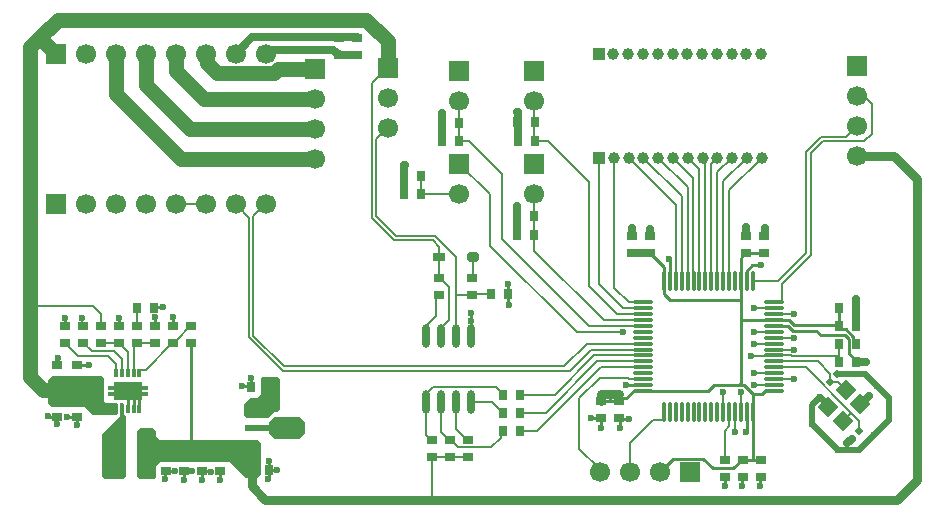
<source format=gtl>
G04*
G04 #@! TF.GenerationSoftware,Altium Limited,Altium Designer,24.0.1 (36)*
G04*
G04 Layer_Physical_Order=1*
G04 Layer_Color=191*
%FSLAX44Y44*%
%MOMM*%
G71*
G04*
G04 #@! TF.SameCoordinates,5B0ED70E-373C-42BA-93D7-FD99D67A1B07*
G04*
G04*
G04 #@! TF.FilePolarity,Positive*
G04*
G01*
G75*
%ADD11C,0.2540*%
%ADD12C,0.5080*%
%ADD14C,0.2032*%
%ADD20R,0.8500X0.7500*%
%ADD21R,0.7500X0.8500*%
%ADD22O,0.6096X2.0320*%
%ADD23O,0.3000X1.8000*%
%ADD24O,1.8000X0.3000*%
%ADD25R,1.0000X0.8000*%
G04:AMPARAMS|DCode=26|XSize=1mm|YSize=0.8mm|CornerRadius=0mm|HoleSize=0mm|Usage=FLASHONLY|Rotation=0.000|XOffset=0mm|YOffset=0mm|HoleType=Round|Shape=Octagon|*
%AMOCTAGOND26*
4,1,8,0.5000,-0.2000,0.5000,0.2000,0.3000,0.4000,-0.3000,0.4000,-0.5000,0.2000,-0.5000,-0.2000,-0.3000,-0.4000,0.3000,-0.4000,0.5000,-0.2000,0.0*
%
%ADD26OCTAGOND26*%

G04:AMPARAMS|DCode=27|XSize=1.3mm|YSize=1.2mm|CornerRadius=0mm|HoleSize=0mm|Usage=FLASHONLY|Rotation=225.000|XOffset=0mm|YOffset=0mm|HoleType=Round|Shape=Rectangle|*
%AMROTATEDRECTD27*
4,1,4,0.0354,0.8839,0.8839,0.0354,-0.0354,-0.8839,-0.8839,-0.0354,0.0354,0.8839,0.0*
%
%ADD27ROTATEDRECTD27*%

%ADD28P,0.7071X4X90.0*%
%ADD29R,0.3000X0.8000*%
%ADD30R,2.4000X1.5200*%
%ADD31R,1.1000X3.7000*%
G04:AMPARAMS|DCode=32|XSize=1.8mm|YSize=3mm|CornerRadius=0mm|HoleSize=0mm|Usage=FLASHONLY|Rotation=90.000|XOffset=0mm|YOffset=0mm|HoleType=Round|Shape=Octagon|*
%AMOCTAGOND32*
4,1,8,-1.5000,-0.4500,-1.5000,0.4500,-1.0500,0.9000,1.0500,0.9000,1.5000,0.4500,1.5000,-0.4500,1.0500,-0.9000,-1.0500,-0.9000,-1.5000,-0.4500,0.0*
%
%ADD32OCTAGOND32*%

%ADD33R,1.2000X0.6000*%
%ADD34R,2.1000X0.6000*%
%ADD55C,0.7620*%
%ADD56C,0.6350*%
%ADD57C,1.2700*%
%ADD58R,1.7000X1.7000*%
%ADD59C,1.7000*%
%ADD60C,1.0000*%
%ADD61R,1.0000X1.0000*%
%ADD62C,0.6000*%
G36*
X565150Y841756D02*
Y829818D01*
Y822960D01*
X566928Y821182D01*
X575818D01*
X576834Y820166D01*
Y811530D01*
X575818Y810514D01*
X556260D01*
X549148Y817626D01*
X521462D01*
X518287Y820801D01*
Y840359D01*
X521462Y843534D01*
X549148Y843534D01*
X563372Y843534D01*
X565150Y841756D01*
D02*
G37*
G36*
X597470Y835088D02*
X602518D01*
Y832088D01*
X597470D01*
Y830088D01*
X602518D01*
Y827088D01*
X597470D01*
Y823488D01*
X576518D01*
X576518Y823488D01*
X573470D01*
Y827088D01*
X568318D01*
Y830088D01*
X573470D01*
Y832088D01*
X568318D01*
Y835088D01*
X573470D01*
Y838687D01*
X597470D01*
Y835088D01*
D02*
G37*
G36*
X714756Y840486D02*
Y815848D01*
X712470Y813562D01*
X708914D01*
X703834Y808482D01*
X685800D01*
X683768Y810514D01*
Y820166D01*
X688594Y824992D01*
X694690D01*
X698246Y828548D01*
Y841756D01*
X699262Y842772D01*
X712470D01*
X714756Y840486D01*
D02*
G37*
G36*
X609092Y796798D02*
Y792988D01*
X612648Y789432D01*
X695452D01*
X698500Y786384D01*
Y760476D01*
X695706Y757682D01*
X685292D01*
X672338Y770636D01*
X612394D01*
X609600Y767842D01*
Y758444D01*
X608076Y756920D01*
X595630D01*
X593598Y758952D01*
Y797052D01*
X595884Y799338D01*
X606552D01*
X609092Y796798D01*
D02*
G37*
G36*
X581914Y820420D02*
Y811530D01*
X583946Y809498D01*
X583946Y759206D01*
X581660Y756920D01*
X565404Y756920D01*
X563626Y758698D01*
Y794258D01*
X578612Y809244D01*
Y820674D01*
X578866Y820928D01*
X581406D01*
X581914Y820420D01*
D02*
G37*
D11*
X986282Y822336D02*
X993902D01*
X1001522D02*
Y828802D01*
X1187820Y885998D02*
Y886460D01*
X1043686Y942166D02*
X1044460Y941392D01*
X1043686Y942166D02*
Y943102D01*
X1044460Y924180D02*
Y941392D01*
X1047106Y773802D02*
X1072855D01*
X1081101Y765556D02*
X1098166D01*
X1072855Y773802D02*
X1081101Y765556D01*
X1035812Y762508D02*
X1047106Y773802D01*
X1098166Y765556D02*
X1105670Y773060D01*
X1106170D01*
X1199840Y873700D02*
X1202320Y871220D01*
X1199840Y873700D02*
Y876899D01*
X1187820Y885998D02*
X1190300Y883518D01*
X1193221D01*
X1199840Y876899D01*
X1172009Y878264D02*
X1192727D01*
X1195776Y875215D01*
Y863024D02*
Y875215D01*
Y863024D02*
X1202320Y856480D01*
Y855980D02*
Y856480D01*
X1168311Y881962D02*
X1172009Y878264D01*
X1150112Y882142D02*
X1150292Y881962D01*
X1168311D01*
X1144777Y886180D02*
X1148815Y882142D01*
X1132714Y886180D02*
X1144777D01*
X1148815Y882142D02*
X1150112D01*
X1114221Y937514D02*
X1121410D01*
X1109460Y924180D02*
X1109548Y924268D01*
Y932841D01*
X1114221Y937514D01*
X1007110Y836422D02*
X1007264Y836268D01*
X1021372D02*
X1021460Y836180D01*
X1007264Y836268D02*
X1021372D01*
X1122803Y828894D02*
X1125089Y831180D01*
X1114460Y828894D02*
X1122803D01*
X1106932Y836422D02*
X1114460Y828894D01*
Y813180D02*
Y828894D01*
X1109460Y797766D02*
Y813180D01*
X1108666Y796036D02*
Y796972D01*
X1109460Y797766D01*
X1121156Y750570D02*
Y758306D01*
X1121410Y758560D01*
X1105916Y758306D02*
X1106170Y758560D01*
X1105916Y750570D02*
Y758306D01*
X1090930Y750316D02*
Y758560D01*
X1001707Y807651D02*
X1002030Y807328D01*
Y799846D02*
Y807328D01*
X1009465Y807651D02*
X1009650Y807466D01*
X1001522Y807836D02*
X1001707Y807651D01*
X1009465D01*
X986213Y807905D02*
X986282Y807836D01*
X977461Y807905D02*
X986213D01*
X977392Y807974D02*
X977461Y807905D01*
X986028Y799592D02*
Y807582D01*
X986282Y807836D01*
X876046Y897128D02*
X876173Y897001D01*
Y890397D02*
X876300Y890270D01*
X876173Y890397D02*
Y897001D01*
Y890143D02*
X876300Y890270D01*
X876046Y877570D02*
X876173Y877697D01*
Y890143D01*
X907738Y903790D02*
X908050Y903478D01*
X907426Y912876D02*
X907738Y912564D01*
Y903790D02*
Y912564D01*
X907484Y921962D02*
X907542Y922020D01*
X907426Y912876D02*
X907484Y912934D01*
Y921962D01*
X617913Y763201D02*
X624909D01*
X617728Y763386D02*
X617913Y763201D01*
X624909D02*
X625094Y763016D01*
X633153Y763201D02*
X633222Y763132D01*
X633153Y763201D02*
X639895D01*
X632968Y763386D02*
X633153Y763201D01*
X639895D02*
X640080Y763016D01*
X655516Y763074D02*
X655828Y762762D01*
X648208Y763386D02*
X648520Y763074D01*
X655516D01*
X663956Y755650D02*
Y762878D01*
X663448Y763386D02*
X663956Y762878D01*
X648208Y755650D02*
Y763386D01*
X633222Y755650D02*
Y763132D01*
X617220Y756158D02*
Y762878D01*
X617728Y763386D01*
X704734Y763778D02*
X711962D01*
X704665Y763709D02*
X704734Y763778D01*
X704665Y756735D02*
Y763709D01*
X704596Y756666D02*
X704665Y756735D01*
X704792Y771594D02*
X704850Y771652D01*
X704734Y763778D02*
X704792Y763836D01*
Y771594D01*
X689668Y834702D02*
X689726Y834644D01*
X689218Y835152D02*
X689668Y834702D01*
X682244Y835152D02*
X689218D01*
X689610Y842264D02*
X689668Y842206D01*
Y834702D02*
Y842206D01*
X542290Y801878D02*
Y809360D01*
X534162Y808990D02*
X534347Y809175D01*
X542105D02*
X542290Y809360D01*
X534347Y809175D02*
X542105D01*
X517652Y809498D02*
X517721Y809429D01*
X525711D01*
X525780Y809360D01*
X525382Y803004D02*
Y808962D01*
X525780Y809360D01*
X623570Y886090D02*
Y893572D01*
X608330Y886090D02*
Y893318D01*
X608468Y902208D02*
X615442D01*
X607960Y901700D02*
X608468Y902208D01*
X578104Y886344D02*
Y893064D01*
X577850Y886090D02*
X578104Y886344D01*
X532130Y886090D02*
Y893064D01*
X542290Y852700D02*
X552634D01*
X552656Y852678D01*
X526034Y852954D02*
Y859282D01*
X525780Y852700D02*
X526034Y852954D01*
X993648Y828802D02*
X993902Y828548D01*
Y822336D02*
Y828548D01*
Y822336D02*
X1001522D01*
X1004002Y824816D01*
X1039460Y913066D02*
Y936260D01*
Y913066D02*
X1044666Y907860D01*
X1104460D01*
Y924180D01*
Y891540D02*
Y907860D01*
Y837760D02*
Y891540D01*
X1104820Y891180D02*
X1132714D01*
X1104460Y891540D02*
X1104820Y891180D01*
X1103122Y836422D02*
X1106932D01*
X1082040D02*
X1103122D01*
X1104460Y837760D01*
X1076798Y831180D02*
X1082040Y836422D01*
X1125089Y831180D02*
X1132714D01*
X1021460D02*
X1076798D01*
X1007596Y824816D02*
X1013960Y831180D01*
X1021460D01*
X1004002Y824816D02*
X1007596D01*
X1113790Y773060D02*
X1121410D01*
X1106170D02*
X1113790D01*
X1114460Y773730D01*
Y813180D01*
X1187820Y887222D02*
Y901700D01*
X1145524Y891180D02*
X1149482Y887222D01*
X1187058D01*
X1132714Y891180D02*
X1145524D01*
X1105730Y944810D02*
Y945310D01*
X1104460Y924180D02*
Y943540D01*
X1108210Y947790D02*
X1108710D01*
X1105730Y945310D02*
X1108210Y947790D01*
X1104460Y943540D02*
X1105730Y944810D01*
X1108710Y947790D02*
X1123950D01*
X1027930D02*
X1039460Y936260D01*
X1027430Y947790D02*
X1027930D01*
X638810Y780796D02*
X641096Y778510D01*
X638810Y780796D02*
Y871590D01*
X592836Y830834D02*
X595381Y828289D01*
Y816074D02*
Y828289D01*
X590380Y816074D02*
Y828972D01*
X589280Y830072D02*
X590380Y828972D01*
X585381Y827443D02*
X585724Y827786D01*
X585381Y816074D02*
Y827443D01*
D12*
X1229868Y806196D02*
Y824992D01*
X1209414Y845446D02*
X1229868Y824992D01*
X1186314Y845446D02*
X1209414D01*
X1204468Y780796D02*
X1229868Y806196D01*
X1165098Y802894D02*
X1187196Y780796D01*
X1204468D01*
X1171956Y825759D02*
X1178705Y819010D01*
X1165098Y818901D02*
X1171956Y825759D01*
X1165098Y802894D02*
Y818901D01*
X1171956Y825759D02*
Y826008D01*
X1178705Y817396D02*
Y819010D01*
D14*
X967740Y782066D02*
X985012Y764794D01*
Y762508D02*
Y764794D01*
X1010412Y762508D02*
X1010920Y763016D01*
Y787146D01*
X1030470Y806696D02*
X1039013D01*
X1039460Y807143D02*
Y813180D01*
X1039013Y806696D02*
X1039460Y807143D01*
X1010920Y787146D02*
X1030470Y806696D01*
X967740Y782066D02*
Y824738D01*
X984964Y841962D02*
X1009405D01*
X967740Y824738D02*
X984964Y841962D01*
X1010187Y841180D02*
X1021460D01*
X1009405Y841962D02*
X1010187Y841180D01*
X947166Y828040D02*
X980306Y861180D01*
X1021460D01*
X917586Y828040D02*
X947166D01*
X688340Y876554D02*
X716534Y848360D01*
X959612D01*
X982926Y856180D02*
X1021460D01*
X917586Y797560D02*
X932180D01*
X977432Y866180D02*
X1021460D01*
X985774Y851154D02*
X1021434D01*
X955040Y851916D02*
X974304Y871180D01*
X1021460D01*
X939546Y812800D02*
X982926Y856180D01*
X959612Y848360D02*
X977432Y866180D01*
X932180Y797560D02*
X985774Y851154D01*
X718007Y851916D02*
X955040D01*
X917586Y812800D02*
X939546D01*
X866140Y1023620D02*
X892302Y997458D01*
Y954024D02*
Y997458D01*
Y954024D02*
X965686Y880640D01*
X902462Y959612D02*
Y1014730D01*
X975894Y886180D02*
X1021460D01*
X902462Y959612D02*
X975894Y886180D01*
X965686Y880640D02*
X1004570D01*
X929778Y949658D02*
Y963422D01*
X988256Y891180D02*
X1021460D01*
X929778Y949658D02*
X988256Y891180D01*
X929778Y963422D02*
X929778Y963422D01*
X941070Y1042924D02*
X976376Y1007618D01*
Y919734D02*
X999930Y896180D01*
X976376Y919734D02*
Y1007618D01*
X999930Y896180D02*
X1021460D01*
X1113028Y861060D02*
X1113088Y861120D01*
X1132654D02*
X1132714Y861180D01*
X1113088Y861120D02*
X1132654D01*
X866140Y1042670D02*
Y1076960D01*
X874522Y1042670D02*
X902462Y1014730D01*
X866140Y1042670D02*
X874522D01*
X834136Y997966D02*
X834390Y998220D01*
X866140D01*
X834136Y997966D02*
Y1013206D01*
X812749Y962152D02*
X845566D01*
X796036Y978865D02*
X812749Y962152D01*
X845566D02*
X863346Y944372D01*
X844093Y958596D02*
X849346Y953343D01*
Y944626D02*
Y953343D01*
X792480Y977392D02*
X811276Y958596D01*
X844093D01*
X929640Y966100D02*
Y998220D01*
Y1043294D02*
Y1076960D01*
X930010Y1042924D02*
X941070D01*
X929778Y963422D02*
Y965962D01*
X929640Y966100D02*
X929778Y965962D01*
X929640Y1043294D02*
X930010Y1042924D01*
X796036Y978865D02*
Y1044194D01*
X805434Y1053592D01*
X792480Y977392D02*
Y1091438D01*
X849346Y926506D02*
Y944626D01*
X863346Y911976D02*
Y944372D01*
X792480Y1091438D02*
X805434Y1104392D01*
X1146759Y861180D02*
X1147641Y860298D01*
X1187320Y859852D02*
X1187820D01*
X1132714Y861180D02*
X1146759D01*
X1186874Y860298D02*
X1187320Y859852D01*
X1147641Y860298D02*
X1186874D01*
X691896Y878027D02*
Y978866D01*
Y878027D02*
X718007Y851916D01*
X691896Y978866D02*
X702310Y989280D01*
X688340Y876554D02*
Y977850D01*
X676910Y989280D02*
X688340Y977850D01*
X863346Y877570D02*
Y911976D01*
X877316D01*
X878216Y912876D02*
X892926D01*
X877316Y911976D02*
X878216Y912876D01*
X626110Y989280D02*
X651510D01*
X901434Y795908D02*
X903086Y797560D01*
X865056Y783280D02*
X893262D01*
X901434Y791452D01*
Y795908D01*
X858266Y789570D02*
X858766D01*
X857766D02*
X858266D01*
X858766D02*
X865056Y783280D01*
X837946Y794150D02*
X842526Y789570D01*
X843026D01*
X837946Y794150D02*
Y821690D01*
X850646Y796690D02*
Y821690D01*
Y796690D02*
X857766Y789570D01*
X900352Y816034D02*
X903086Y813300D01*
X899852Y816034D02*
X900352D01*
X876046Y821690D02*
X894196D01*
X903086Y812800D02*
Y813300D01*
X894196Y821690D02*
X899852Y816034D01*
X903086Y828040D02*
Y828540D01*
X897236Y834390D02*
X903086Y828540D01*
X843534Y834390D02*
X897236D01*
X837946Y828802D02*
X843534Y834390D01*
X837946Y821690D02*
Y828802D01*
X1090930Y797602D02*
X1094460Y801132D01*
X1090930Y773060D02*
Y797602D01*
X1094460Y801132D02*
Y813180D01*
X1021434Y851154D02*
X1021460Y851180D01*
X843026Y739140D02*
Y775070D01*
X842518Y738632D02*
X843026Y739140D01*
X858266Y775070D02*
X873506D01*
X843026D02*
X858266D01*
X547116Y886344D02*
Y892810D01*
X502666Y902970D02*
X556006D01*
X562610Y896366D01*
Y886090D02*
Y896366D01*
X1187820Y860298D02*
Y871220D01*
Y855980D02*
Y859852D01*
Y871220D02*
X1187820Y871220D01*
X1190726Y805375D02*
X1197897Y812546D01*
X1159263Y851180D02*
X1197897Y812546D01*
X1204602Y796932D02*
Y805841D01*
X1197897Y812546D02*
X1204602Y805841D01*
X1132714Y851180D02*
X1159263D01*
X1193554Y832245D02*
X1193554D01*
X1179950Y839082D02*
X1186717D01*
X1193554Y832245D01*
X1169619Y856180D02*
X1179950Y845849D01*
Y839082D02*
Y845849D01*
X1132714Y856180D02*
X1169619D01*
X1160018Y1033729D02*
X1172515Y1046226D01*
X1193546D01*
X1160018Y947928D02*
Y1033729D01*
X1193546Y1046226D02*
X1202690Y1055370D01*
X1163574Y946455D02*
Y1032256D01*
X1173988Y1042670D02*
X1209154D01*
X1163574Y1032256D02*
X1173988Y1042670D01*
X1139190Y906627D02*
Y922071D01*
X1163574Y946455D01*
X1114460Y924180D02*
X1136270D01*
X1160018Y947928D01*
X1215390Y1048906D02*
Y1074166D01*
X1209154Y1042670D02*
X1215390Y1048906D01*
X1211650Y1077906D02*
X1215390Y1074166D01*
X1202690Y1080770D02*
X1205554Y1077906D01*
X1211650D01*
X1049460Y924180D02*
Y988820D01*
X1034796Y1003484D02*
X1049460Y988820D01*
X1034796Y1003484D02*
Y1003484D01*
X1009580Y1028700D02*
X1034796Y1003484D01*
X1054460Y924180D02*
Y996320D01*
X1022080Y1028700D02*
X1054460Y996320D01*
X1059460Y924180D02*
Y1003820D01*
X1034580Y1028700D02*
X1059460Y1003820D01*
X1047042Y1028662D02*
X1064260Y1011444D01*
Y928116D02*
Y1011444D01*
X1059580Y1028700D02*
X1069460Y1018820D01*
Y924180D02*
Y1018820D01*
X1072080Y1026544D02*
X1074460Y1024164D01*
Y924180D02*
Y1024164D01*
X1072080Y1026544D02*
Y1028700D01*
X1094460Y924180D02*
Y1001080D01*
X1122080Y1028700D01*
X1089460Y924180D02*
Y1008580D01*
X1109580Y1028700D01*
X1084460Y924180D02*
Y1016080D01*
X1097080Y1028700D01*
X1079460Y1023580D02*
X1084580Y1028700D01*
X1079460Y924180D02*
Y1023580D01*
X997080Y918588D02*
X1009488Y906180D01*
X1021460D01*
X997080Y918588D02*
Y1028700D01*
X1005090Y901180D02*
X1021460D01*
X984250Y922020D02*
X1005090Y901180D01*
X984250Y922020D02*
Y1028370D01*
X984580Y1028700D01*
X580136Y803910D02*
X580258Y804032D01*
Y815952D02*
X580380Y816074D01*
X580258Y804032D02*
Y815952D01*
X547116Y886344D02*
X547370Y886090D01*
X543160Y861060D02*
X568452D01*
X532630Y871590D02*
X543160Y861060D01*
X568452D02*
X575381Y854131D01*
Y846071D02*
Y854131D01*
X547870Y871590D02*
X554844Y864616D01*
X574040D02*
X580380Y858276D01*
X554844Y864616D02*
X574040D01*
X532130Y871590D02*
X532630D01*
X547370Y871590D02*
X547870D01*
X580380Y846071D02*
Y858276D01*
X585381Y846071D02*
Y864059D01*
X578350Y871590D02*
X581084Y868856D01*
Y868356D02*
Y868856D01*
Y868356D02*
X585381Y864059D01*
X577850Y871590D02*
X578350D01*
X562610Y871590D02*
X562610Y871590D01*
X577850D01*
X593090Y886090D02*
X593460Y886460D01*
Y901700D01*
X590380Y868880D02*
X593090Y871590D01*
X590380Y846071D02*
Y868880D01*
X593090Y871590D02*
X593090Y871590D01*
X608330D01*
X623062Y873252D02*
X625732D01*
X595122Y845312D02*
Y848312D01*
X623070Y871590D02*
X623570D01*
X600535Y849055D02*
X623070Y871590D01*
X595865Y849055D02*
X600535D01*
X595122Y848312D02*
X595865Y849055D01*
X625732Y873252D02*
X626804Y874324D01*
X638310Y886090D02*
X638810D01*
X626804Y874584D02*
X638310Y886090D01*
X626804Y874324D02*
Y874584D01*
X527050Y838200D02*
X542290D01*
X837946Y885782D02*
X839463Y887298D01*
Y887722D02*
X846142Y894402D01*
Y909242D01*
X839463Y887298D02*
Y887722D01*
X837946Y877570D02*
Y885782D01*
X857504Y891540D02*
Y918848D01*
X850646Y877570D02*
Y884682D01*
X857504Y891540D01*
X849876Y926476D02*
X857504Y918848D01*
X849376Y926476D02*
X849876D01*
X849346Y926506D02*
X849376Y926476D01*
X877316Y926476D02*
X877346Y926506D01*
Y944626D01*
X846142Y909242D02*
X848876Y911976D01*
X849376D01*
X873006Y789570D02*
X873506D01*
X863346Y799230D02*
Y821690D01*
Y799230D02*
X873006Y789570D01*
X1089460Y813180D02*
X1089466Y813186D01*
Y830066D02*
X1089472Y830072D01*
X1089466Y813186D02*
Y830066D01*
X1099454Y813174D02*
X1099460Y813180D01*
X1099448Y796288D02*
X1099454Y796294D01*
Y813174D01*
X1104460Y813180D02*
X1104466Y813186D01*
Y830066D02*
X1104472Y830072D01*
X1104466Y813186D02*
Y830066D01*
X1132714Y876180D02*
X1132720Y876174D01*
X1149600D02*
X1149606Y876168D01*
X1132720Y876174D02*
X1149600D01*
X1132714Y866180D02*
X1132720Y866174D01*
X1149600D01*
X1132714Y841180D02*
X1132720Y841174D01*
X1149600D02*
X1149606Y841168D01*
X1132720Y841174D02*
X1149600D01*
X1132708Y836186D02*
X1132714Y836180D01*
X1115822Y836192D02*
X1115828Y836186D01*
X1132708D01*
Y846186D02*
X1132714Y846180D01*
X1115822Y846192D02*
X1115828Y846186D01*
X1132708D01*
Y871186D02*
X1132714Y871180D01*
X1115822Y871192D02*
X1115828Y871186D01*
X1132708D01*
Y881186D02*
X1132714Y881180D01*
X1115822Y881192D02*
X1115828Y881186D01*
X1132708D01*
X1132714Y896180D02*
X1132720Y896174D01*
X1149600D02*
X1149606Y896168D01*
X1132720Y896174D02*
X1149600D01*
X1115828Y901186D02*
X1132708D01*
X1115822Y901192D02*
X1115828Y901186D01*
X1132708D02*
X1132714Y901180D01*
Y906180D02*
X1138743D01*
X1139190Y906627D01*
D20*
X764540Y1115430D02*
D03*
Y1129930D02*
D03*
X779780Y1115430D02*
D03*
Y1129930D02*
D03*
X877316Y911976D02*
D03*
Y926476D02*
D03*
X849376Y926476D02*
D03*
Y911976D02*
D03*
X858266Y789570D02*
D03*
Y775070D02*
D03*
X1123950Y947790D02*
D03*
Y962290D02*
D03*
X617728Y763386D02*
D03*
Y777886D02*
D03*
X632968Y763386D02*
D03*
Y777886D02*
D03*
X547370Y886090D02*
D03*
Y871590D02*
D03*
X562610Y886090D02*
D03*
Y871590D02*
D03*
X663448Y763386D02*
D03*
Y777886D02*
D03*
X648208Y763386D02*
D03*
Y777886D02*
D03*
X525780Y809360D02*
D03*
Y823860D02*
D03*
X542290Y809360D02*
D03*
Y823860D02*
D03*
Y852700D02*
D03*
Y838200D02*
D03*
X525780Y852700D02*
D03*
Y838200D02*
D03*
X638810Y871590D02*
D03*
Y886090D02*
D03*
X593090Y871590D02*
D03*
Y886090D02*
D03*
X532130Y871590D02*
D03*
Y886090D02*
D03*
X577850Y871590D02*
D03*
Y886090D02*
D03*
X623570Y871590D02*
D03*
Y886090D02*
D03*
X608330Y886090D02*
D03*
Y871590D02*
D03*
X1090930Y773060D02*
D03*
Y758560D02*
D03*
X843026Y789570D02*
D03*
Y775070D02*
D03*
X1121410Y773060D02*
D03*
Y758560D02*
D03*
X1106170Y773060D02*
D03*
Y758560D02*
D03*
X986282Y807836D02*
D03*
Y822336D02*
D03*
X1001522Y807836D02*
D03*
Y822336D02*
D03*
X873506Y789570D02*
D03*
Y775070D02*
D03*
X1027430Y962290D02*
D03*
Y947790D02*
D03*
X1012190Y962290D02*
D03*
Y947790D02*
D03*
X1108710D02*
D03*
Y962290D02*
D03*
D21*
X834136Y997966D02*
D03*
X819636D02*
D03*
X834136Y1013206D02*
D03*
X819636D02*
D03*
X866140Y1058164D02*
D03*
X851640D02*
D03*
X866140Y1042670D02*
D03*
X851640D02*
D03*
X930010Y1042924D02*
D03*
X915510D02*
D03*
X929894Y1058418D02*
D03*
X915394D02*
D03*
X929778Y979170D02*
D03*
X915278D02*
D03*
X929778Y963422D02*
D03*
X915278D02*
D03*
X907426Y912876D02*
D03*
X892926D02*
D03*
X917586Y812800D02*
D03*
X903086D02*
D03*
X1187820Y871220D02*
D03*
X1202320D02*
D03*
X689726Y834644D02*
D03*
X704226D02*
D03*
X704734Y763778D02*
D03*
X690234D02*
D03*
X607960Y901700D02*
D03*
X593460D02*
D03*
X1202320Y855980D02*
D03*
X1187820D02*
D03*
X917586Y828040D02*
D03*
X903086D02*
D03*
X917586Y797560D02*
D03*
X903086D02*
D03*
X1202320Y886460D02*
D03*
X1187820D02*
D03*
X1202320Y901700D02*
D03*
X1187820D02*
D03*
D22*
X876046Y877570D02*
D03*
X863346D02*
D03*
X850646D02*
D03*
X837946D02*
D03*
X876046Y821690D02*
D03*
X850646D02*
D03*
X837946D02*
D03*
X863346D02*
D03*
D23*
X1114460Y813180D02*
D03*
X1109460D02*
D03*
X1104460D02*
D03*
X1099460D02*
D03*
X1094460D02*
D03*
X1089460D02*
D03*
X1084460Y813180D02*
D03*
X1079460D02*
D03*
X1074460Y813180D02*
D03*
X1069460D02*
D03*
X1064460D02*
D03*
X1059460D02*
D03*
X1054460D02*
D03*
X1049460Y813180D02*
D03*
X1044460D02*
D03*
X1039460Y813180D02*
D03*
X1039460Y924180D02*
D03*
X1044460D02*
D03*
X1049460D02*
D03*
X1054460D02*
D03*
X1059460D02*
D03*
X1064460D02*
D03*
X1069460D02*
D03*
X1074460D02*
D03*
X1079460D02*
D03*
X1084460D02*
D03*
X1089460D02*
D03*
X1094460Y924180D02*
D03*
X1099460D02*
D03*
X1104460Y924180D02*
D03*
X1109460D02*
D03*
X1114460D02*
D03*
D24*
X1021460Y831180D02*
D03*
X1021460Y836180D02*
D03*
Y841180D02*
D03*
X1021460Y846180D02*
D03*
Y851180D02*
D03*
Y856180D02*
D03*
Y861180D02*
D03*
Y866180D02*
D03*
X1021460Y871180D02*
D03*
Y876180D02*
D03*
Y881180D02*
D03*
X1021460Y886180D02*
D03*
Y891180D02*
D03*
Y896180D02*
D03*
Y901180D02*
D03*
Y906180D02*
D03*
X1132714D02*
D03*
Y901180D02*
D03*
Y896180D02*
D03*
Y891180D02*
D03*
Y886180D02*
D03*
Y881180D02*
D03*
Y876180D02*
D03*
Y871180D02*
D03*
Y866180D02*
D03*
Y861180D02*
D03*
Y856180D02*
D03*
Y851180D02*
D03*
Y846180D02*
D03*
Y841180D02*
D03*
Y836180D02*
D03*
Y831180D02*
D03*
D25*
X849346Y944626D02*
D03*
D26*
X877346D02*
D03*
D27*
X1190726Y805375D02*
D03*
X1205575Y820224D02*
D03*
X1193554Y832245D02*
D03*
X1178705Y817396D02*
D03*
D28*
X1186314Y845446D02*
D03*
X1179950Y839082D02*
D03*
X1198238Y790568D02*
D03*
X1204602Y796932D02*
D03*
D29*
X575381Y816074D02*
D03*
X580380D02*
D03*
X585381D02*
D03*
X590380D02*
D03*
X595381D02*
D03*
Y846071D02*
D03*
X590380D02*
D03*
X585381D02*
D03*
X575381D02*
D03*
X580380D02*
D03*
D30*
X585470Y831088D02*
D03*
D31*
X600470Y777748D02*
D03*
X570470D02*
D03*
D32*
X720090Y799592D02*
D03*
D33*
X690898Y784592D02*
D03*
Y814592D02*
D03*
D34*
X695198Y799592D02*
D03*
D55*
X993648Y828802D02*
X1001522D01*
X986282D02*
X993648D01*
X986282Y822336D02*
Y828802D01*
X842518Y738632D02*
X1236726D01*
X702056D02*
X842518D01*
X1234186Y1029970D02*
X1253998Y1010158D01*
Y755904D02*
Y1010158D01*
X1202690Y1029970D02*
X1234186D01*
X1236726Y738632D02*
X1253998Y755904D01*
X690294Y750394D02*
X702056Y738632D01*
X690234Y763778D02*
X690294Y763718D01*
Y750394D02*
Y763718D01*
D56*
X1194562Y786892D02*
X1198238Y790568D01*
X1206304Y820224D02*
X1212850Y826770D01*
X1205575Y820224D02*
X1206304D01*
X1202320Y855980D02*
X1210310D01*
X1202182Y901838D02*
Y909066D01*
Y901838D02*
X1202320Y901700D01*
Y886460D02*
Y901700D01*
X1108710Y962290D02*
Y969518D01*
X1124137Y962290D02*
X1124712Y962865D01*
Y969264D01*
X1123950Y962290D02*
X1124137D01*
X1012190D02*
Y969010D01*
X1027684Y962544D02*
Y967994D01*
X1027430Y962290D02*
X1027684Y962544D01*
X915510Y1042924D02*
Y1066960D01*
X915416Y1067054D02*
X915510Y1066960D01*
X851640Y1042670D02*
Y1065762D01*
X851916Y1066038D01*
X819636Y1013206D02*
Y1022074D01*
Y997966D02*
Y1013206D01*
Y1022074D02*
X819912Y1022350D01*
X915278Y963422D02*
Y987436D01*
X915162Y987552D02*
X915278Y987436D01*
X764540Y1115430D02*
X779780D01*
X709002Y1120140D02*
X759330D01*
X763965Y1116005D02*
X764540Y1115430D01*
X763465Y1116005D02*
X763965D01*
X759330Y1120140D02*
X763465Y1116005D01*
X702310Y1116330D02*
X705192D01*
X709002Y1120140D01*
X723900Y1130438D02*
X779272D01*
X691018D02*
X723900D01*
X779272D02*
X779780Y1129930D01*
X1012190Y947790D02*
X1027430D01*
X723900Y1130438D02*
X739394D01*
X676910Y1116330D02*
X691018Y1130438D01*
D57*
X787400Y1145540D02*
X805673Y1127267D01*
X805434Y1104392D02*
Y1106303D01*
X805673Y1106542D01*
X526034Y1145540D02*
X787400D01*
X805673Y1106542D02*
Y1127267D01*
X630174Y1027430D02*
X744220D01*
X638048Y1052830D02*
X744220D01*
X649986Y1078230D02*
X744220D01*
X709092Y1099956D02*
X712766Y1103630D01*
X744220D01*
X661099Y1099956D02*
X709092D01*
X513999Y831850D02*
X527050D01*
X502666Y902970D02*
Y1122172D01*
Y843183D02*
Y902970D01*
X511175Y1130681D02*
X526034Y1145540D01*
X652333Y1108723D02*
Y1115507D01*
Y1108723D02*
X661099Y1099956D01*
X651510Y1116330D02*
X652333Y1115507D01*
X626110Y1102106D02*
X649986Y1078230D01*
X626110Y1102106D02*
Y1116330D01*
X600710Y1090168D02*
Y1116330D01*
Y1090168D02*
X638048Y1052830D01*
X575310Y1082294D02*
X630174Y1027430D01*
X575310Y1082294D02*
Y1116330D01*
X502666Y1122172D02*
X511175Y1130681D01*
Y1129665D02*
X524510Y1116330D01*
X511175Y1129665D02*
Y1130681D01*
X502666Y843183D02*
X513999Y831850D01*
D58*
X1061212Y762508D02*
D03*
X866140Y1102360D02*
D03*
Y1023620D02*
D03*
X929640Y1102360D02*
D03*
Y1023620D02*
D03*
X524510Y989280D02*
D03*
X1202690Y1106170D02*
D03*
X744220Y1103630D02*
D03*
X524510Y1116330D02*
D03*
X805434Y1104392D02*
D03*
D59*
X1035812Y762508D02*
D03*
X1010412D02*
D03*
X985012D02*
D03*
X866140Y1076960D02*
D03*
Y998220D02*
D03*
X929640Y1076960D02*
D03*
Y998220D02*
D03*
X702310Y989280D02*
D03*
X676910D02*
D03*
X651510D02*
D03*
X626110D02*
D03*
X600710D02*
D03*
X575310D02*
D03*
X549910D02*
D03*
X1202690Y1029970D02*
D03*
Y1055370D02*
D03*
Y1080770D02*
D03*
X744220Y1027430D02*
D03*
Y1052830D02*
D03*
Y1078230D02*
D03*
X702310Y1116330D02*
D03*
X676910D02*
D03*
X651510D02*
D03*
X626110D02*
D03*
X600710D02*
D03*
X575310D02*
D03*
X549910D02*
D03*
X805434Y1078992D02*
D03*
Y1053592D02*
D03*
D60*
X1109180Y1116330D02*
D03*
X996680D02*
D03*
X1009180D02*
D03*
X1021680D02*
D03*
X1034180D02*
D03*
X1046680D02*
D03*
X1059180D02*
D03*
X1071680D02*
D03*
X1084180D02*
D03*
X1096680D02*
D03*
X1121680D02*
D03*
X1109580Y1028700D02*
D03*
X997080D02*
D03*
X1009580D02*
D03*
X1022080D02*
D03*
X1034580D02*
D03*
X1047080D02*
D03*
X1059580D02*
D03*
X1072080D02*
D03*
X1084580D02*
D03*
X1097080D02*
D03*
X1122080D02*
D03*
D61*
X984180Y1116330D02*
D03*
X984580Y1028700D02*
D03*
D62*
X709930Y823722D02*
D03*
X701548Y823468D02*
D03*
X701802Y817118D02*
D03*
X1001522Y828802D02*
D03*
X986282D02*
D03*
X710438Y817118D02*
D03*
X1043686Y943102D02*
D03*
X1121410Y937514D02*
D03*
X1007110Y836422D02*
D03*
X1219641Y835219D02*
D03*
X1209414Y845446D02*
D03*
X1229868Y824992D02*
D03*
X1217168Y793496D02*
D03*
X1229868Y806196D02*
D03*
X1165098Y802894D02*
D03*
X1187196Y780796D02*
D03*
X1204468D02*
D03*
X1194562Y786892D02*
D03*
X1212850Y826770D02*
D03*
X1210310Y855980D02*
D03*
X1202182Y909066D02*
D03*
X1108710Y969518D02*
D03*
X1124712Y969264D02*
D03*
X1012190Y969010D02*
D03*
X1027684Y967994D02*
D03*
X1004570Y880640D02*
D03*
X585492Y831066D02*
D03*
X594636Y826240D02*
D03*
X576348Y826494D02*
D03*
X594382Y835638D02*
D03*
X576856Y835384D02*
D03*
X915416Y1067054D02*
D03*
X851916Y1066038D02*
D03*
X819912Y1022350D02*
D03*
X915162Y987552D02*
D03*
X1113028Y861060D02*
D03*
X1108666Y796036D02*
D03*
X1171956Y826008D02*
D03*
X1121156Y750570D02*
D03*
X1105916D02*
D03*
X1090930Y750316D02*
D03*
X1002030Y799846D02*
D03*
X1009650Y807466D02*
D03*
X977392Y807974D02*
D03*
X986028Y799592D02*
D03*
X876046Y897128D02*
D03*
X876300Y890270D02*
D03*
X908050Y903478D02*
D03*
X907542Y922020D02*
D03*
X625094Y763016D02*
D03*
X640080D02*
D03*
X655828Y762762D02*
D03*
X663956Y755650D02*
D03*
X648208D02*
D03*
X633222D02*
D03*
X617220Y756158D02*
D03*
X730647Y794257D02*
D03*
X721757Y794511D02*
D03*
X712359Y794257D02*
D03*
X730139Y804925D02*
D03*
X721503D02*
D03*
X712359Y805179D02*
D03*
X711962Y763778D02*
D03*
X704596Y756666D02*
D03*
X704850Y771652D02*
D03*
X682244Y835152D02*
D03*
X689610Y842264D02*
D03*
X542290Y801878D02*
D03*
X534162Y808990D02*
D03*
X517652Y809498D02*
D03*
X525382Y803004D02*
D03*
X623570Y893572D02*
D03*
X608330Y893318D02*
D03*
X615442Y902208D02*
D03*
X578104Y893064D02*
D03*
X532130D02*
D03*
X552656Y852678D02*
D03*
X526034Y859282D02*
D03*
X993648Y828802D02*
D03*
X547116Y892810D02*
D03*
X580136Y803910D02*
D03*
X1149600Y866174D02*
D03*
X1089472Y830072D02*
D03*
X1099448Y796288D02*
D03*
X1104472Y830072D02*
D03*
X1149606Y876168D02*
D03*
Y841168D02*
D03*
X1115822Y836192D02*
D03*
Y846192D02*
D03*
Y871192D02*
D03*
Y881192D02*
D03*
X1149606Y896168D02*
D03*
X1115822Y901192D02*
D03*
M02*

</source>
